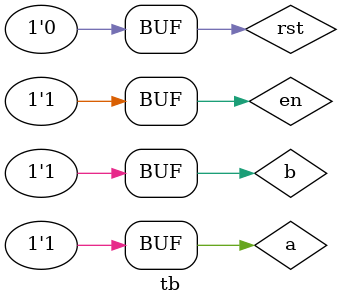
<source format=v>
`timescale 1ns / 1ps


module tb;
reg en,rst,a,b;
wire Q_S,Q_J;

  j_k dut(.en(en),
          .rst(rst),
          .j(a),
          .k(b),
          .Q(Q_J));
  S_R uut(.en(en),
          .rst(rst),
          .s(a),
          .r(b),
          .Q(Q_S));
  
   initial 
    begin
    en=0;
    rst=0;
     #10;
     a = 1'b1;
     b = 1'b0;     
     #10;
     rst=1;
     #10;
     rst=0;
     en=1;
     a = 1'b0;
     b = 1'b0;     
     #10;
     a = 1'b0;
     b = 1'b1;     
     #10;
     
     a = 1'b1;
     b = 1'b0;     
     #10;
     
     a = 1'b1;
     b = 1'b1;
     #10;
    end 
   endmodule
</source>
